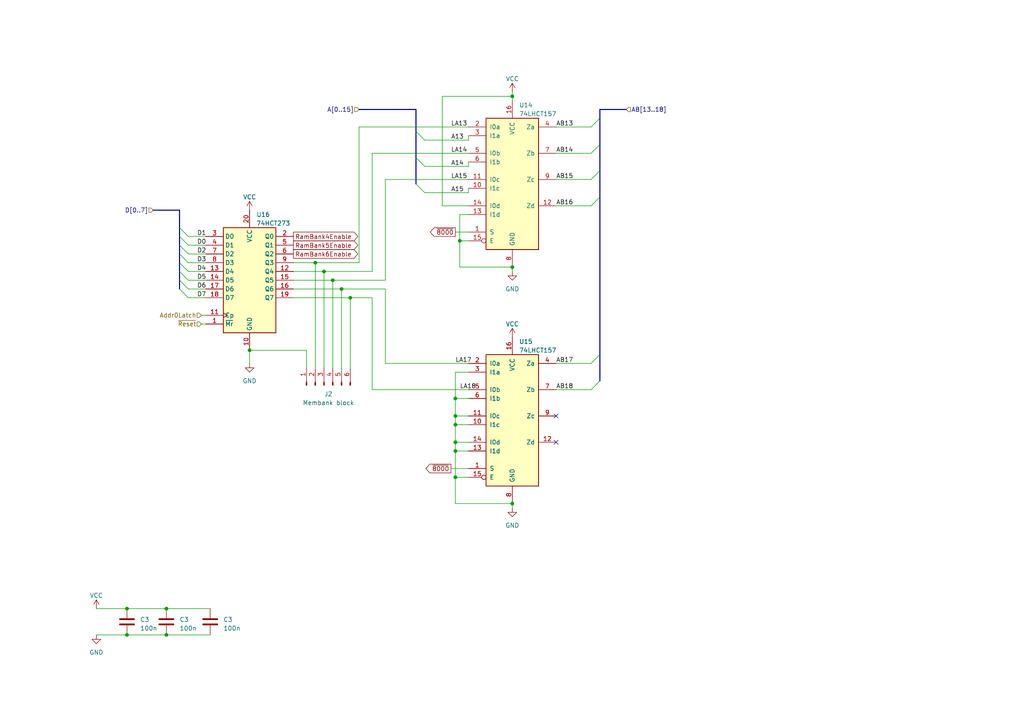
<source format=kicad_sch>
(kicad_sch (version 20230121) (generator eeschema)
  (paper "A4")
  (lib_symbols
    (symbol "74xx:74LS157" (pin_names (offset 1.016))
      (property "Reference" "U" (at -7.62 19.05 0))
      (property "Value" "74LS157" (at -7.62 -21.59 0))
      (symbol "74LS157_1_0"
        (pin input line (at -12.7 -15.24 0) (length 5.08) (name "S") (number "1"))
        (pin input line (at -12.7 -2.54 0) (length 5.08) (name "I1c") (number "10"))
        (pin input line (at -12.7 0 0) (length 5.08) (name "I0c") (number "11"))
        (pin output line (at 12.7 -7.62 180) (length 5.08) (name "Zd") (number "12"))
        (pin input line (at -12.7 -10.16 0) (length 5.08) (name "I1d") (number "13"))
        (pin input line (at -12.7 -7.62 0) (length 5.08) (name "I0d") (number "14"))
        (pin input inverted (at -12.7 -17.78 0) (length 5.08) (name "E") (number "15"))
        (pin power_in line (at 0 22.86 270) (length 5.08) (name "VCC") (number "16"))
        (pin input line (at -12.7 15.24 0) (length 5.08) (name "I0a") (number "2"))
        (pin input line (at -12.7 12.7 0) (length 5.08) (name "I1a") (number "3"))
        (pin output line (at 12.7 15.24 180) (length 5.08) (name "Za") (number "4"))
        (pin input line (at -12.7 7.62 0) (length 5.08) (name "I0b") (number "5"))
        (pin input line (at -12.7 5.08 0) (length 5.08) (name "I1b") (number "6"))
        (pin output line (at 12.7 7.62 180) (length 5.08) (name "Zb") (number "7"))
        (pin power_in line (at 0 -25.4 90) (length 5.08) (name "GND") (number "8"))
        (pin output line (at 12.7 0 180) (length 5.08) (name "Zc") (number "9"))
      )
      (symbol "74LS157_1_1"
        (rectangle (start -7.62 17.78) (end 7.62 -20.32) (stroke (width 0.254)) (fill (type background)))
      )
    )
    (symbol "74xx:74LS273"
      (property "Reference" "U" (at -7.62 16.51 0))
      (property "Value" "74LS273" (at -7.62 -16.51 0))
      (symbol "74LS273_1_0"
        (pin input line (at -12.7 -12.7 0) (length 5.08) (name "~{Mr}") (number "1"))
        (pin power_in line (at 0 -20.32 90) (length 5.08) (name "GND") (number "10"))
        (pin input clock (at -12.7 -10.16 0) (length 5.08) (name "Cp") (number "11"))
        (pin output line (at 12.7 2.54 180) (length 5.08) (name "Q4") (number "12"))
        (pin input line (at -12.7 2.54 0) (length 5.08) (name "D4") (number "13"))
        (pin input line (at -12.7 0 0) (length 5.08) (name "D5") (number "14"))
        (pin output line (at 12.7 0 180) (length 5.08) (name "Q5") (number "15"))
        (pin output line (at 12.7 -2.54 180) (length 5.08) (name "Q6") (number "16"))
        (pin input line (at -12.7 -2.54 0) (length 5.08) (name "D6") (number "17"))
        (pin input line (at -12.7 -5.08 0) (length 5.08) (name "D7") (number "18"))
        (pin output line (at 12.7 -5.08 180) (length 5.08) (name "Q7") (number "19"))
        (pin output line (at 12.7 12.7 180) (length 5.08) (name "Q0") (number "2"))
        (pin power_in line (at 0 20.32 270) (length 5.08) (name "VCC") (number "20"))
        (pin input line (at -12.7 12.7 0) (length 5.08) (name "D0") (number "3"))
        (pin input line (at -12.7 10.16 0) (length 5.08) (name "D1") (number "4"))
        (pin output line (at 12.7 10.16 180) (length 5.08) (name "Q1") (number "5"))
        (pin output line (at 12.7 7.62 180) (length 5.08) (name "Q2") (number "6"))
        (pin input line (at -12.7 7.62 0) (length 5.08) (name "D2") (number "7"))
        (pin input line (at -12.7 5.08 0) (length 5.08) (name "D3") (number "8"))
        (pin output line (at 12.7 5.08 180) (length 5.08) (name "Q3") (number "9"))
      )
      (symbol "74LS273_1_1"
        (rectangle (start -7.62 15.24) (end 7.62 -15.24) (stroke (width 0.254)) (fill (type background)))
      )
    )
    (symbol "Connector:Conn_01x06_Pin" (pin_names (offset 1.016) hide)
      (property "Reference" "J" (at 0 7.62 0))
      (property "Value" "Conn_01x06_Pin" (at 0 -10.16 0))
      (symbol "Conn_01x06_Pin_1_1"
        (polyline (pts (xy 1.27 -7.62) (xy 0.8636 -7.62)) (stroke (width 0.1524)))
        (polyline (pts (xy 1.27 -5.08) (xy 0.8636 -5.08)) (stroke (width 0.1524)))
        (polyline (pts (xy 1.27 -2.54) (xy 0.8636 -2.54)) (stroke (width 0.1524)))
        (polyline (pts (xy 1.27 0) (xy 0.8636 0)) (stroke (width 0.1524)))
        (polyline (pts (xy 1.27 2.54) (xy 0.8636 2.54)) (stroke (width 0.1524)))
        (polyline (pts (xy 1.27 5.08) (xy 0.8636 5.08)) (stroke (width 0.1524)))
        (rectangle (start 0.8636 -7.493) (end 0 -7.747) (stroke (width 0.1524)) (fill (type outline)))
        (rectangle (start 0.8636 -4.953) (end 0 -5.207) (stroke (width 0.1524)) (fill (type outline)))
        (rectangle (start 0.8636 -2.413) (end 0 -2.667) (stroke (width 0.1524)) (fill (type outline)))
        (rectangle (start 0.8636 0.127) (end 0 -0.127) (stroke (width 0.1524)) (fill (type outline)))
        (rectangle (start 0.8636 2.667) (end 0 2.413) (stroke (width 0.1524)) (fill (type outline)))
        (rectangle (start 0.8636 5.207) (end 0 4.953) (stroke (width 0.1524)) (fill (type outline)))
        (pin passive line (at 5.08 5.08 180) (length 3.81) (name "Pin_1") (number "1"))
        (pin passive line (at 5.08 2.54 180) (length 3.81) (name "Pin_2") (number "2"))
        (pin passive line (at 5.08 0 180) (length 3.81) (name "Pin_3") (number "3"))
        (pin passive line (at 5.08 -2.54 180) (length 3.81) (name "Pin_4") (number "4"))
        (pin passive line (at 5.08 -5.08 180) (length 3.81) (name "Pin_5") (number "5"))
        (pin passive line (at 5.08 -7.62 180) (length 3.81) (name "Pin_6") (number "6"))
      )
    )
    (symbol "Device:C" (pin_numbers hide) (pin_names (offset 0.254))
      (property "Reference" "C" (at 0.635 2.54 0))
      (property "Value" "C" (at 0.635 -2.54 0))
      (symbol "C_0_1"
        (polyline (pts (xy -2.032 -0.762) (xy 2.032 -0.762)) (stroke (width 0.508)))
        (polyline (pts (xy -2.032 0.762) (xy 2.032 0.762)) (stroke (width 0.508)))
      )
      (symbol "C_1_1"
        (pin passive line (at 0 3.81 270) (length 2.794) (name "~") (number "1"))
        (pin passive line (at 0 -3.81 90) (length 2.794) (name "~") (number "2"))
      )
    )
    (symbol "power:GND" (power) (pin_names (offset 0))
      (property "Value" "GND" (at 0 -3.81 0))
      (symbol "GND_0_1"
        (polyline (pts (xy 0 0) (xy 0 -1.27) (xy 1.27 -1.27) (xy 0 -2.54) (xy -1.27 -1.27) (xy 0 -1.27)))
      )
      (symbol "GND_1_1"
        (pin power_in line (at 0 0 270) (length 0) hide (name "GND") (number "1"))
      )
    )
    (symbol "power:VCC" (power) (pin_names (offset 0))
      (property "Value" "VCC" (at 0 3.81 0))
      (symbol "VCC_0_1"
        (polyline (pts (xy -0.762 1.27) (xy 0 2.54)))
        (polyline (pts (xy 0 0) (xy 0 2.54)))
        (polyline (pts (xy 0 2.54) (xy 0.762 1.27)))
      )
      (symbol "VCC_1_1"
        (pin power_in line (at 0 0 90) (length 0) hide (name "VCC") (number "1"))
      )
    )
  )
  (junction (at 132.08 138.43))
  (junction (at 148.59 27.94))
  (junction (at 132.08 123.19))
  (junction (at 132.08 130.81))
  (junction (at 93.98 78.74))
  (junction (at 99.06 83.82))
  (junction (at 36.83 176.53))
  (junction (at 132.08 120.65))
  (junction (at 48.26 176.53))
  (junction (at 72.39 101.6))
  (junction (at 101.6 86.36))
  (junction (at 132.08 115.57))
  (junction (at 36.83 184.15))
  (junction (at 133.35 69.85))
  (junction (at 91.44 76.2))
  (junction (at 96.52 81.28))
  (junction (at 48.26 184.15))
  (junction (at 148.59 77.47))
  (junction (at 148.59 146.05))
  (junction (at 132.08 128.27))
  (no_connect (at 161.29 120.65))
  (no_connect (at 161.29 128.27))
  (bus_entry (at 173.99 110.49) (size -2.54 2.54))
  (bus_entry (at 120.65 53.34) (size 2.54 2.54))
  (bus_entry (at 52.07 83.82) (size 2.54 2.54))
  (bus_entry (at 173.99 57.15) (size -2.54 2.54))
  (bus_entry (at 173.99 49.53) (size -2.54 2.54))
  (bus_entry (at 52.07 73.66) (size 2.54 2.54))
  (bus_entry (at 52.07 71.12) (size 2.54 2.54))
  (bus_entry (at 173.99 102.87) (size -2.54 2.54))
  (bus_entry (at 52.07 78.74) (size 2.54 2.54))
  (bus_entry (at 52.07 76.2) (size 2.54 2.54))
  (bus_entry (at 120.65 38.1) (size 2.54 2.54))
  (bus_entry (at 173.99 41.91) (size -2.54 2.54))
  (bus_entry (at 120.65 45.72) (size 2.54 2.54))
  (bus_entry (at 52.07 81.28) (size 2.54 2.54))
  (bus_entry (at 173.99 34.29) (size -2.54 2.54))
  (bus_entry (at 52.07 68.58) (size 2.54 2.54))
  (bus_entry (at 52.07 66.04) (size 2.54 2.54))
  (bus (pts (xy 173.99 31.75) (xy 173.99 34.29)))
  (wire (pts (xy 85.09 76.2) (xy 91.44 76.2)))
  (wire (pts (xy 48.26 184.15) (xy 60.96 184.15)))
  (wire (pts (xy 135.89 40.64) (xy 135.89 39.37)))
  (wire (pts (xy 132.08 138.43) (xy 132.08 146.05)))
  (wire (pts (xy 132.08 130.81) (xy 132.08 138.43)))
  (wire (pts (xy 107.95 113.03) (xy 135.89 113.03)))
  (bus (pts (xy 173.99 57.15) (xy 173.99 102.87)))
  (bus (pts (xy 52.07 71.12) (xy 52.07 73.66)))
  (wire (pts (xy 123.19 55.88) (xy 135.89 55.88)))
  (bus (pts (xy 181.61 31.75) (xy 173.99 31.75)))
  (wire (pts (xy 111.76 81.28) (xy 111.76 52.07)))
  (wire (pts (xy 54.61 68.58) (xy 59.69 68.58)))
  (wire (pts (xy 27.94 176.53) (xy 36.83 176.53)))
  (wire (pts (xy 132.08 123.19) (xy 132.08 128.27)))
  (wire (pts (xy 107.95 78.74) (xy 107.95 44.45)))
  (wire (pts (xy 132.08 107.95) (xy 135.89 107.95)))
  (wire (pts (xy 135.89 62.23) (xy 133.35 62.23)))
  (wire (pts (xy 133.35 77.47) (xy 148.59 77.47)))
  (wire (pts (xy 128.27 59.69) (xy 135.89 59.69)))
  (bus (pts (xy 173.99 41.91) (xy 173.99 49.53)))
  (wire (pts (xy 54.61 78.74) (xy 59.69 78.74)))
  (wire (pts (xy 132.08 115.57) (xy 132.08 107.95)))
  (wire (pts (xy 148.59 78.74) (xy 148.59 77.47)))
  (wire (pts (xy 128.27 27.94) (xy 148.59 27.94)))
  (wire (pts (xy 36.83 184.15) (xy 48.26 184.15)))
  (wire (pts (xy 85.09 83.82) (xy 99.06 83.82)))
  (wire (pts (xy 132.08 130.81) (xy 135.89 130.81)))
  (wire (pts (xy 148.59 147.32) (xy 148.59 146.05)))
  (wire (pts (xy 135.89 48.26) (xy 135.89 46.99)))
  (wire (pts (xy 171.45 105.41) (xy 161.29 105.41)))
  (wire (pts (xy 91.44 76.2) (xy 91.44 106.68)))
  (bus (pts (xy 104.14 31.75) (xy 120.65 31.75)))
  (wire (pts (xy 132.08 120.65) (xy 135.89 120.65)))
  (wire (pts (xy 171.45 59.69) (xy 161.29 59.69)))
  (wire (pts (xy 54.61 81.28) (xy 59.69 81.28)))
  (wire (pts (xy 128.27 27.94) (xy 128.27 59.69)))
  (wire (pts (xy 48.26 176.53) (xy 60.96 176.53)))
  (wire (pts (xy 85.09 86.36) (xy 101.6 86.36)))
  (bus (pts (xy 52.07 68.58) (xy 52.07 71.12)))
  (wire (pts (xy 132.08 123.19) (xy 135.89 123.19)))
  (wire (pts (xy 85.09 81.28) (xy 96.52 81.28)))
  (wire (pts (xy 111.76 52.07) (xy 135.89 52.07)))
  (bus (pts (xy 52.07 60.96) (xy 52.07 66.04)))
  (wire (pts (xy 132.08 120.65) (xy 132.08 123.19)))
  (bus (pts (xy 173.99 49.53) (xy 173.99 57.15)))
  (wire (pts (xy 133.35 62.23) (xy 133.35 69.85)))
  (wire (pts (xy 135.89 138.43) (xy 132.08 138.43)))
  (wire (pts (xy 132.08 67.31) (xy 135.89 67.31)))
  (wire (pts (xy 148.59 27.94) (xy 148.59 29.21)))
  (wire (pts (xy 133.35 69.85) (xy 133.35 77.47)))
  (wire (pts (xy 54.61 83.82) (xy 59.69 83.82)))
  (wire (pts (xy 148.59 26.67) (xy 148.59 27.94)))
  (wire (pts (xy 58.42 91.44) (xy 59.69 91.44)))
  (wire (pts (xy 171.45 52.07) (xy 161.29 52.07)))
  (bus (pts (xy 44.45 60.96) (xy 52.07 60.96)))
  (wire (pts (xy 135.89 115.57) (xy 132.08 115.57)))
  (bus (pts (xy 52.07 73.66) (xy 52.07 76.2)))
  (wire (pts (xy 104.14 36.83) (xy 135.89 36.83)))
  (wire (pts (xy 72.39 101.6) (xy 88.9 101.6)))
  (bus (pts (xy 173.99 34.29) (xy 173.99 41.91)))
  (wire (pts (xy 54.61 76.2) (xy 59.69 76.2)))
  (wire (pts (xy 27.94 184.15) (xy 36.83 184.15)))
  (wire (pts (xy 171.45 36.83) (xy 161.29 36.83)))
  (bus (pts (xy 52.07 66.04) (xy 52.07 68.58)))
  (bus (pts (xy 120.65 38.1) (xy 120.65 45.72)))
  (wire (pts (xy 36.83 176.53) (xy 48.26 176.53)))
  (wire (pts (xy 104.14 76.2) (xy 104.14 36.83)))
  (bus (pts (xy 120.65 45.72) (xy 120.65 53.34)))
  (wire (pts (xy 111.76 105.41) (xy 135.89 105.41)))
  (wire (pts (xy 85.09 78.74) (xy 93.98 78.74)))
  (bus (pts (xy 173.99 102.87) (xy 173.99 110.49)))
  (wire (pts (xy 96.52 81.28) (xy 111.76 81.28)))
  (wire (pts (xy 171.45 113.03) (xy 161.29 113.03)))
  (wire (pts (xy 96.52 81.28) (xy 96.52 106.68)))
  (bus (pts (xy 120.65 31.75) (xy 120.65 38.1)))
  (bus (pts (xy 52.07 81.28) (xy 52.07 83.82)))
  (wire (pts (xy 72.39 105.41) (xy 72.39 101.6)))
  (wire (pts (xy 135.89 55.88) (xy 135.89 54.61)))
  (wire (pts (xy 101.6 86.36) (xy 107.95 86.36)))
  (wire (pts (xy 107.95 86.36) (xy 107.95 113.03)))
  (wire (pts (xy 161.29 44.45) (xy 171.45 44.45)))
  (wire (pts (xy 54.61 73.66) (xy 59.69 73.66)))
  (wire (pts (xy 135.89 69.85) (xy 133.35 69.85)))
  (wire (pts (xy 54.61 71.12) (xy 59.69 71.12)))
  (wire (pts (xy 123.19 40.64) (xy 135.89 40.64)))
  (wire (pts (xy 91.44 76.2) (xy 104.14 76.2)))
  (wire (pts (xy 101.6 86.36) (xy 101.6 106.68)))
  (wire (pts (xy 132.08 128.27) (xy 135.89 128.27)))
  (wire (pts (xy 99.06 106.68) (xy 99.06 83.82)))
  (wire (pts (xy 132.08 146.05) (xy 148.59 146.05)))
  (wire (pts (xy 93.98 78.74) (xy 93.98 106.68)))
  (wire (pts (xy 54.61 86.36) (xy 59.69 86.36)))
  (wire (pts (xy 58.42 93.98) (xy 59.69 93.98)))
  (wire (pts (xy 99.06 83.82) (xy 111.76 83.82)))
  (wire (pts (xy 132.08 115.57) (xy 132.08 120.65)))
  (wire (pts (xy 130.81 135.89) (xy 135.89 135.89)))
  (bus (pts (xy 52.07 76.2) (xy 52.07 78.74)))
  (wire (pts (xy 132.08 128.27) (xy 132.08 130.81)))
  (wire (pts (xy 123.19 48.26) (xy 135.89 48.26)))
  (wire (pts (xy 111.76 83.82) (xy 111.76 105.41)))
  (wire (pts (xy 93.98 78.74) (xy 107.95 78.74)))
  (wire (pts (xy 107.95 44.45) (xy 135.89 44.45)))
  (wire (pts (xy 88.9 106.68) (xy 88.9 101.6)))
  (bus (pts (xy 52.07 78.74) (xy 52.07 81.28)))
  (label "AB17" (at 161.29 105.41 0))
  (label "LA18" (at 133.35 113.03 0))
  (label "LA15" (at 130.81 52.07 0))
  (label "A14" (at 130.81 48.26 0))
  (label "AB13" (at 161.29 36.83 0))
  (label "D5" (at 57.15 81.28 0))
  (label "D7" (at 57.15 86.36 0))
  (label "A13" (at 130.81 40.64 0))
  (label "AB18" (at 161.29 113.03 0))
  (label "D1" (at 57.15 68.58 0))
  (label "LA14" (at 130.81 44.45 0))
  (label "AB15" (at 161.29 52.07 0))
  (label "D4" (at 57.15 78.74 0))
  (label "LA17" (at 132.08 105.41 0))
  (label "D2" (at 57.15 73.66 0))
  (label "D3" (at 57.15 76.2 0))
  (label "A15" (at 130.81 55.88 0))
  (label "AB16" (at 161.29 59.69 0))
  (label "LA13" (at 130.81 36.83 0))
  (label "D6" (at 57.15 83.82 0))
  (label "D0" (at 57.15 71.12 0))
  (label "AB14" (at 161.29 44.45 0))
  (global_label "~{8000}" (shape output) (at 132.08 67.31 180) (property "Intersheetrefs" "${INTERSHEET_REFS}" (effects hide)))
  (global_label "RamBank6Enable" (shape output) (at 85.09 73.66 0) (property "Intersheetrefs" "${INTERSHEET_REFS}" (effects hide)))
  (global_label "RamBank5Enable" (shape output) (at 85.09 71.12 0) (property "Intersheetrefs" "${INTERSHEET_REFS}" (effects hide)))
  (global_label "RamBank4Enable" (shape output) (at 85.09 68.58 0) (property "Intersheetrefs" "${INTERSHEET_REFS}" (effects hide)))
  (global_label "~{8000}" (shape output) (at 130.81 135.89 180) (property "Intersheetrefs" "${INTERSHEET_REFS}" (effects hide)))
  (hierarchical_label "D[0..7]" (shape input) (at 44.45 60.96 180))
  (hierarchical_label "~{Reset}" (shape input) (at 58.42 93.98 180))
  (hierarchical_label "AB[13..18]" (shape input) (at 181.61 31.75 0))
  (hierarchical_label "Addr0Latch" (shape input) (at 58.42 91.44 180))
  (hierarchical_label "A[0..15]" (shape input) (at 104.14 31.75 180))
  (symbol (lib_id "power:VCC") (at 72.39 60.96 0) (unit 1)
    (property "Reference" "#PWR011" (effects hide))
    (property "Value" "VCC" (at 72.39 57.15 0))
    (instances (project "main-board" (path "" (reference "#PWR011") (unit 1)) (path "" (reference "#PWR013") (unit 1)) (path "" (reference "#PWR040") (unit 1))))
  )
  (symbol (lib_id "power:VCC") (at 148.59 26.67 0) (unit 1)
    (property "Reference" "#PWR011" (effects hide))
    (property "Value" "VCC" (at 148.59 22.86 0))
    (instances (project "main-board" (path "" (reference "#PWR011") (unit 1)) (path "" (reference "#PWR013") (unit 1)) (path "" (reference "#PWR038") (unit 1))))
  )
  (symbol (lib_id "Device:C") (at 36.83 180.34 0) (unit 1)
    (property "Reference" "C3" (at 40.64 179.705 0) (effects (justify left)))
    (property "Value" "100n" (at 40.64 182.245 0) (effects (justify left)))
    (property "Footprint" "Capacitor_THT:C_Disc_D3.8mm_W2.6mm_P2.50mm" (effects hide))
    (instances (project "main-board" (path "" (reference "C3") (unit 1)) (path "" (reference "C4") (unit 1)) (path "" (reference "C7") (unit 1)) (path "" (reference "C9") (unit 1))))
  )
  (symbol (lib_id "Connector:Conn_01x06_Pin") (at 93.98 111.76 90) (unit 1)
    (property "Reference" "J2" (at 95.25 114.3 90))
    (property "Value" "Membank block" (at 95.25 116.84 90))
    (property "Footprint" "Connector_PinHeader_2.54mm:PinHeader_1x06_P2.54mm_Vertical" (effects hide))
  )
  (symbol (lib_id "power:GND") (at 148.59 78.74 0) (unit 1)
    (property "Reference" "#PWR012" (effects hide))
    (property "Value" "GND" (at 148.59 83.82 0))
    (instances (project "main-board" (path "" (reference "#PWR012") (unit 1)) (path "" (reference "#PWR014") (unit 1)) (path "" (reference "#PWR039") (unit 1))))
  )
  (symbol (lib_id "74xx:74LS157") (at 148.59 120.65 0) (unit 1)
    (property "Reference" "U15" (at 150.5459 99.06 0) (effects (justify left)))
    (property "Value" "74LHCT157" (at 150.5459 101.6 0) (effects (justify left)))
    (property "Footprint" "Package_DIP:DIP-16_W7.62mm" (effects hide))
    (property "Datasheet" "http://www.ti.com/lit/gpn/sn74LS157" (effects hide))
  )
  (symbol (lib_id "Device:C") (at 48.26 180.34 0) (unit 1)
    (property "Reference" "C3" (at 52.07 179.705 0) (effects (justify left)))
    (property "Value" "100n" (at 52.07 182.245 0) (effects (justify left)))
    (property "Footprint" "Capacitor_THT:C_Disc_D3.8mm_W2.6mm_P2.50mm" (effects hide))
    (instances (project "main-board" (path "" (reference "C3") (unit 1)) (path "" (reference "C4") (unit 1)) (path "" (reference "C7") (unit 1)) (path "" (reference "C16") (unit 1))))
  )
  (symbol (lib_id "power:GND") (at 148.59 147.32 0) (unit 1)
    (property "Reference" "#PWR012" (effects hide))
    (property "Value" "GND" (at 148.59 152.4 0))
    (instances (project "main-board" (path "" (reference "#PWR012") (unit 1)) (path "" (reference "#PWR014") (unit 1)) (path "" (reference "#PWR043") (unit 1))))
  )
  (symbol (lib_id "Device:C") (at 60.96 180.34 0) (unit 1)
    (property "Reference" "C3" (at 64.77 179.705 0) (effects (justify left)))
    (property "Value" "100n" (at 64.77 182.245 0) (effects (justify left)))
    (property "Footprint" "Capacitor_THT:C_Disc_D3.8mm_W2.6mm_P2.50mm" (effects hide))
    (instances (project "main-board" (path "" (reference "C3") (unit 1)) (path "" (reference "C4") (unit 1)) (path "" (reference "C7") (unit 1)) (path "" (reference "C17") (unit 1))))
  )
  (symbol (lib_id "power:VCC") (at 148.59 97.79 0) (unit 1)
    (property "Reference" "#PWR011" (effects hide))
    (property "Value" "VCC" (at 148.59 93.98 0))
    (instances (project "main-board" (path "" (reference "#PWR011") (unit 1)) (path "" (reference "#PWR013") (unit 1)) (path "" (reference "#PWR042") (unit 1))))
  )
  (symbol (lib_id "74xx:74LS157") (at 148.59 52.07 0) (unit 1)
    (property "Reference" "U14" (at 150.5459 30.48 0) (effects (justify left)))
    (property "Value" "74LHCT157" (at 150.5459 33.02 0) (effects (justify left)))
    (property "Footprint" "Package_DIP:DIP-16_W7.62mm" (effects hide))
    (property "Datasheet" "http://www.ti.com/lit/gpn/sn74LS157" (effects hide))
  )
  (symbol (lib_id "power:VCC") (at 27.94 176.53 0) (unit 1)
    (property "Reference" "#PWR09" (effects hide))
    (property "Value" "VCC" (at 27.94 172.72 0))
    (instances (project "main-board" (path "" (reference "#PWR09") (unit 1)) (path "" (reference "#PWR015") (unit 1)) (path "" (reference "#PWR036") (unit 1))))
  )
  (symbol (lib_id "power:GND") (at 27.94 184.15 0) (unit 1)
    (property "Reference" "#PWR010" (effects hide))
    (property "Value" "GND" (at 27.94 189.23 0))
    (instances (project "main-board" (path "" (reference "#PWR010") (unit 1)) (path "" (reference "#PWR016") (unit 1)) (path "" (reference "#PWR037") (unit 1))))
  )
  (symbol (lib_id "power:GND") (at 72.39 105.41 0) (unit 1)
    (property "Reference" "#PWR012" (effects hide))
    (property "Value" "GND" (at 72.39 110.49 0))
    (instances (project "main-board" (path "" (reference "#PWR012") (unit 1)) (path "" (reference "#PWR014") (unit 1)) (path "" (reference "#PWR041") (unit 1))))
  )
  (symbol (lib_id "74xx:74LS273") (at 72.39 81.28 0) (unit 1)
    (property "Reference" "U16" (at 74.3459 62.23 0) (effects (justify left)))
    (property "Value" "74HCT273" (at 74.3459 64.77 0) (effects (justify left)))
    (property "Footprint" "Package_DIP:DIP-20_W7.62mm" (effects hide))
    (property "Datasheet" "http://www.ti.com/lit/gpn/sn74LS273" (effects hide))
  )
)
</source>
